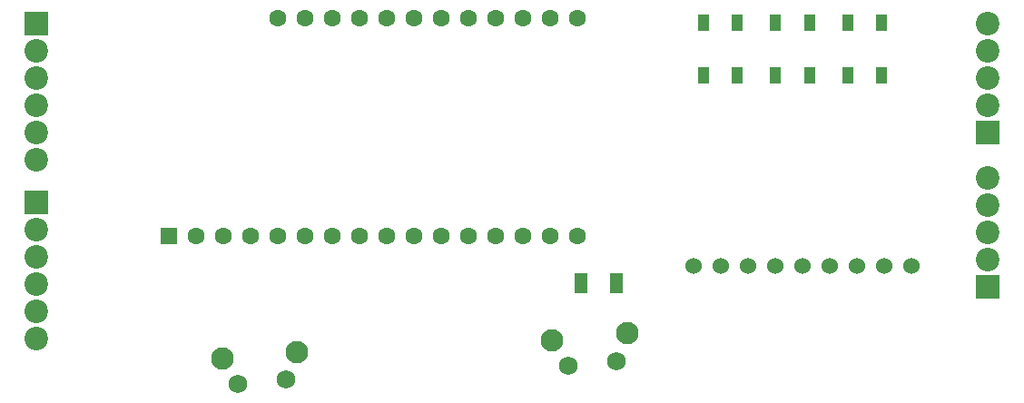
<source format=gbr>
%TF.GenerationSoftware,KiCad,Pcbnew,(5.1.10-1-10_14)*%
%TF.CreationDate,2021-07-05T16:23:30+02:00*%
%TF.ProjectId,cablebot_controller,6361626c-6562-46f7-945f-636f6e74726f,rev?*%
%TF.SameCoordinates,Original*%
%TF.FileFunction,Soldermask,Top*%
%TF.FilePolarity,Negative*%
%FSLAX46Y46*%
G04 Gerber Fmt 4.6, Leading zero omitted, Abs format (unit mm)*
G04 Created by KiCad (PCBNEW (5.1.10-1-10_14)) date 2021-07-05 16:23:30*
%MOMM*%
%LPD*%
G01*
G04 APERTURE LIST*
%ADD10R,1.000000X1.500000*%
%ADD11C,2.100000*%
%ADD12C,1.750000*%
%ADD13C,1.600000*%
%ADD14R,1.600000X1.600000*%
%ADD15C,2.200000*%
%ADD16R,2.200000X2.200000*%
%ADD17R,1.270000X1.905000*%
%ADD18C,1.524000*%
G04 APERTURE END LIST*
D10*
%TO.C,D3*%
X159325000Y-59425000D03*
X162525000Y-59425000D03*
X159325000Y-54525000D03*
X162525000Y-54525000D03*
%TD*%
%TO.C,D2*%
X152587500Y-59425000D03*
X155787500Y-59425000D03*
X152587500Y-54525000D03*
X155787500Y-54525000D03*
%TD*%
D11*
%TO.C,SW2*%
X107978226Y-85210531D03*
D12*
X106950000Y-87800000D03*
X102467124Y-88192201D03*
D11*
X100994901Y-85821492D03*
%TD*%
D13*
%TO.C,A1*%
X134100000Y-54070000D03*
X131560000Y-54070000D03*
X129020000Y-54070000D03*
X126480000Y-54070000D03*
X123940000Y-54070000D03*
X121400000Y-54070000D03*
X118860000Y-54070000D03*
X116320000Y-54070000D03*
X113780000Y-54070000D03*
X111240000Y-54070000D03*
X108700000Y-54070000D03*
X106160000Y-54070000D03*
D14*
X96000000Y-74390000D03*
D13*
X98540000Y-74390000D03*
X101080000Y-74390000D03*
X103620000Y-74390000D03*
X106160000Y-74390000D03*
X108700000Y-74390000D03*
X111240000Y-74390000D03*
X113780000Y-74390000D03*
X116320000Y-74390000D03*
X118860000Y-74390000D03*
X121400000Y-74390000D03*
X123940000Y-74390000D03*
X126480000Y-74390000D03*
X129020000Y-74390000D03*
X131560000Y-74390000D03*
X134100000Y-74390000D03*
%TD*%
D15*
%TO.C,J5*%
X172400000Y-68940000D03*
X172400000Y-71480000D03*
X172400000Y-74020000D03*
X172400000Y-76560000D03*
D16*
X172400000Y-79100000D03*
%TD*%
D15*
%TO.C,J4*%
X172400000Y-54550000D03*
X172400000Y-57090000D03*
X172400000Y-59630000D03*
X172400000Y-62170000D03*
D16*
X172400000Y-64710000D03*
%TD*%
D15*
%TO.C,J3*%
X83650000Y-83950000D03*
X83650000Y-81410000D03*
X83650000Y-78870000D03*
X83650000Y-76330000D03*
X83650000Y-73790000D03*
D16*
X83650000Y-71250000D03*
%TD*%
D15*
%TO.C,J2*%
X83650000Y-67275000D03*
X83650000Y-64735000D03*
X83650000Y-62195000D03*
X83650000Y-59655000D03*
X83650000Y-57115000D03*
D16*
X83650000Y-54575000D03*
%TD*%
D11*
%TO.C,SW1*%
X138753226Y-83485531D03*
D12*
X137725000Y-86075000D03*
X133242124Y-86467201D03*
D11*
X131769901Y-84096492D03*
%TD*%
D17*
%TO.C,R1*%
X134449000Y-78800000D03*
X137751000Y-78800000D03*
%TD*%
D18*
%TO.C,JN1*%
X165260000Y-77150000D03*
X162720000Y-77150000D03*
X160180000Y-77150000D03*
X157640000Y-77150000D03*
X155100000Y-77150000D03*
X152560000Y-77150000D03*
X150020000Y-77150000D03*
X147480000Y-77150000D03*
X144940000Y-77150000D03*
%TD*%
D10*
%TO.C,D1*%
X145850000Y-59425000D03*
X149050000Y-59425000D03*
X145850000Y-54525000D03*
X149050000Y-54525000D03*
%TD*%
M02*

</source>
